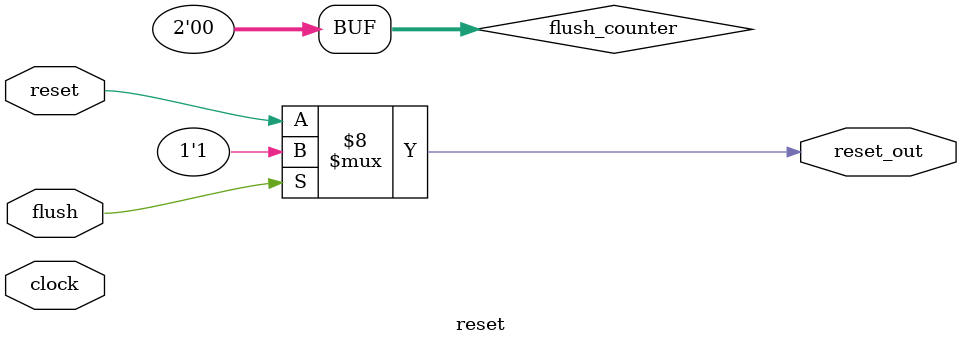
<source format=v>
`timescale 1ns / 1ps

module reset(
    input clock,
    input reset,
    input flush,
    output reg reset_out
);
integer i;
    reg [1:0] flush_counter = 2'b00;  // Initialize flush_counter to 0

    always @(*) begin
        if (flush) begin
        
        for(i=0; i<3; i=i+1)
            reset_out <= 1'b1;
            
    end
          
         else reset_out <= reset;

    end

endmodule

</source>
